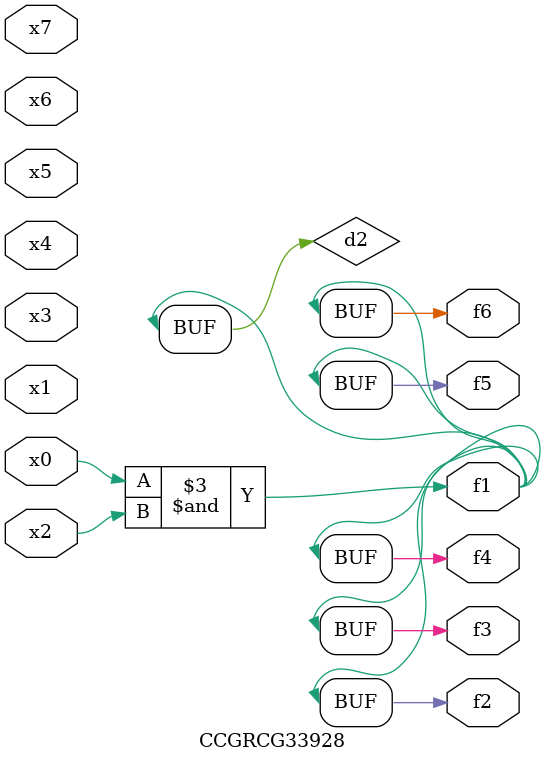
<source format=v>
module CCGRCG33928(
	input x0, x1, x2, x3, x4, x5, x6, x7,
	output f1, f2, f3, f4, f5, f6
);

	wire d1, d2;

	nor (d1, x3, x6);
	and (d2, x0, x2);
	assign f1 = d2;
	assign f2 = d2;
	assign f3 = d2;
	assign f4 = d2;
	assign f5 = d2;
	assign f6 = d2;
endmodule

</source>
